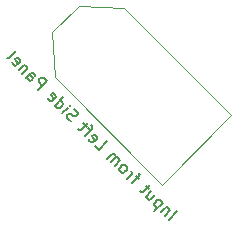
<source format=gbr>
%TF.GenerationSoftware,KiCad,Pcbnew,7.0.0*%
%TF.CreationDate,2023-03-08T15:38:49-05:00*%
%TF.ProjectId,right-side,72696768-742d-4736-9964-652e6b696361,rev?*%
%TF.SameCoordinates,Original*%
%TF.FileFunction,Legend,Bot*%
%TF.FilePolarity,Positive*%
%FSLAX46Y46*%
G04 Gerber Fmt 4.6, Leading zero omitted, Abs format (unit mm)*
G04 Created by KiCad (PCBNEW 7.0.0) date 2023-03-08 15:38:49*
%MOMM*%
%LPD*%
G01*
G04 APERTURE LIST*
%ADD10C,0.150000*%
%ADD11C,0.120000*%
G04 APERTURE END LIST*
D10*
X220339144Y-80585384D02*
X221046251Y-79878277D01*
X220473831Y-79777262D02*
X220002427Y-80248667D01*
X220406488Y-79844606D02*
X220406488Y-79777262D01*
X220406488Y-79777262D02*
X220372816Y-79676247D01*
X220372816Y-79676247D02*
X220271801Y-79575232D01*
X220271801Y-79575232D02*
X220170786Y-79541560D01*
X220170786Y-79541560D02*
X220069770Y-79575232D01*
X220069770Y-79575232D02*
X219699381Y-79945621D01*
X219834068Y-79137499D02*
X219126961Y-79844606D01*
X219800396Y-79171171D02*
X219766724Y-79070156D01*
X219766724Y-79070156D02*
X219632037Y-78935469D01*
X219632037Y-78935469D02*
X219531022Y-78901797D01*
X219531022Y-78901797D02*
X219463679Y-78901797D01*
X219463679Y-78901797D02*
X219362663Y-78935469D01*
X219362663Y-78935469D02*
X219160633Y-79137499D01*
X219160633Y-79137499D02*
X219126961Y-79238514D01*
X219126961Y-79238514D02*
X219126961Y-79305858D01*
X219126961Y-79305858D02*
X219160633Y-79406873D01*
X219160633Y-79406873D02*
X219295320Y-79541560D01*
X219295320Y-79541560D02*
X219396335Y-79575232D01*
X218891259Y-78194690D02*
X218419854Y-78666095D01*
X219194305Y-78497736D02*
X218823915Y-78868125D01*
X218823915Y-78868125D02*
X218722900Y-78901797D01*
X218722900Y-78901797D02*
X218621885Y-78868125D01*
X218621885Y-78868125D02*
X218520870Y-78767110D01*
X218520870Y-78767110D02*
X218487198Y-78666095D01*
X218487198Y-78666095D02*
X218487198Y-78598751D01*
X218655557Y-77958988D02*
X218386183Y-77689614D01*
X218790244Y-77622270D02*
X218184152Y-78228362D01*
X218184152Y-78228362D02*
X218083137Y-78262033D01*
X218083137Y-78262033D02*
X217982122Y-78228362D01*
X217982122Y-78228362D02*
X217914778Y-78161018D01*
X217827231Y-77130662D02*
X217557857Y-76861288D01*
X217254811Y-77501052D02*
X217860903Y-76894960D01*
X217860903Y-76894960D02*
X217894575Y-76793945D01*
X217894575Y-76793945D02*
X217860903Y-76692930D01*
X217860903Y-76692930D02*
X217793559Y-76625586D01*
X216850750Y-77096990D02*
X217322155Y-76625586D01*
X217187468Y-76760273D02*
X217221139Y-76659257D01*
X217221139Y-76659257D02*
X217221139Y-76591914D01*
X217221139Y-76591914D02*
X217187468Y-76490899D01*
X217187468Y-76490899D02*
X217120124Y-76423555D01*
X216312002Y-76558242D02*
X216413017Y-76591914D01*
X216413017Y-76591914D02*
X216480361Y-76591914D01*
X216480361Y-76591914D02*
X216581376Y-76558242D01*
X216581376Y-76558242D02*
X216783406Y-76356211D01*
X216783406Y-76356211D02*
X216817078Y-76255196D01*
X216817078Y-76255196D02*
X216817078Y-76187853D01*
X216817078Y-76187853D02*
X216783406Y-76086837D01*
X216783406Y-76086837D02*
X216682391Y-75985822D01*
X216682391Y-75985822D02*
X216581376Y-75952150D01*
X216581376Y-75952150D02*
X216514032Y-75952150D01*
X216514032Y-75952150D02*
X216413017Y-75985822D01*
X216413017Y-75985822D02*
X216210987Y-76187853D01*
X216210987Y-76187853D02*
X216177315Y-76288868D01*
X216177315Y-76288868D02*
X216177315Y-76356211D01*
X216177315Y-76356211D02*
X216210987Y-76457227D01*
X216210987Y-76457227D02*
X216312002Y-76558242D01*
X215773254Y-76019494D02*
X216244658Y-75548089D01*
X216177315Y-75615433D02*
X216177315Y-75548089D01*
X216177315Y-75548089D02*
X216143643Y-75447074D01*
X216143643Y-75447074D02*
X216042628Y-75346059D01*
X216042628Y-75346059D02*
X215941612Y-75312387D01*
X215941612Y-75312387D02*
X215840597Y-75346059D01*
X215840597Y-75346059D02*
X215470208Y-75716448D01*
X215840597Y-75346059D02*
X215874269Y-75245044D01*
X215874269Y-75245044D02*
X215840597Y-75144028D01*
X215840597Y-75144028D02*
X215739582Y-75043013D01*
X215739582Y-75043013D02*
X215638567Y-75009341D01*
X215638567Y-75009341D02*
X215537551Y-75043013D01*
X215537551Y-75043013D02*
X215167162Y-75413402D01*
X214069463Y-74315703D02*
X214406181Y-74652421D01*
X214406181Y-74652421D02*
X215113288Y-73945314D01*
X213598059Y-73776955D02*
X213631730Y-73877971D01*
X213631730Y-73877971D02*
X213766417Y-74012658D01*
X213766417Y-74012658D02*
X213867433Y-74046329D01*
X213867433Y-74046329D02*
X213968448Y-74012658D01*
X213968448Y-74012658D02*
X214237822Y-73743284D01*
X214237822Y-73743284D02*
X214271494Y-73642268D01*
X214271494Y-73642268D02*
X214237822Y-73541253D01*
X214237822Y-73541253D02*
X214103135Y-73406566D01*
X214103135Y-73406566D02*
X214002120Y-73372894D01*
X214002120Y-73372894D02*
X213901104Y-73406566D01*
X213901104Y-73406566D02*
X213833761Y-73473910D01*
X213833761Y-73473910D02*
X214103135Y-73877971D01*
X213800089Y-73103520D02*
X213530715Y-72834146D01*
X213227669Y-73473909D02*
X213833761Y-72867818D01*
X213833761Y-72867818D02*
X213867433Y-72766803D01*
X213867433Y-72766803D02*
X213833761Y-72665787D01*
X213833761Y-72665787D02*
X213766417Y-72598444D01*
X213396028Y-72699459D02*
X213126654Y-72430085D01*
X213530715Y-72362741D02*
X212924623Y-72968833D01*
X212924623Y-72968833D02*
X212823608Y-73002505D01*
X212823608Y-73002505D02*
X212722593Y-72968833D01*
X212722593Y-72968833D02*
X212655249Y-72901489D01*
X212062626Y-72241523D02*
X211927939Y-72174179D01*
X211927939Y-72174179D02*
X211759580Y-72005821D01*
X211759580Y-72005821D02*
X211725909Y-71904805D01*
X211725909Y-71904805D02*
X211725909Y-71837462D01*
X211725909Y-71837462D02*
X211759580Y-71736446D01*
X211759580Y-71736446D02*
X211826924Y-71669103D01*
X211826924Y-71669103D02*
X211927939Y-71635431D01*
X211927939Y-71635431D02*
X211995283Y-71635431D01*
X211995283Y-71635431D02*
X212096298Y-71669103D01*
X212096298Y-71669103D02*
X212264657Y-71770118D01*
X212264657Y-71770118D02*
X212365672Y-71803790D01*
X212365672Y-71803790D02*
X212433015Y-71803790D01*
X212433015Y-71803790D02*
X212534031Y-71770118D01*
X212534031Y-71770118D02*
X212601374Y-71702775D01*
X212601374Y-71702775D02*
X212635046Y-71601759D01*
X212635046Y-71601759D02*
X212635046Y-71534416D01*
X212635046Y-71534416D02*
X212601374Y-71433401D01*
X212601374Y-71433401D02*
X212433015Y-71265042D01*
X212433015Y-71265042D02*
X212298328Y-71197698D01*
X211321848Y-71568088D02*
X211793252Y-71096683D01*
X212028954Y-70860981D02*
X212028954Y-70928324D01*
X212028954Y-70928324D02*
X211961611Y-70928324D01*
X211961611Y-70928324D02*
X211961611Y-70860981D01*
X211961611Y-70860981D02*
X212028954Y-70860981D01*
X212028954Y-70860981D02*
X211961611Y-70928324D01*
X210682085Y-70928325D02*
X211389191Y-70221218D01*
X210715756Y-70894653D02*
X210749428Y-70995668D01*
X210749428Y-70995668D02*
X210884115Y-71130355D01*
X210884115Y-71130355D02*
X210985130Y-71164027D01*
X210985130Y-71164027D02*
X211052474Y-71164027D01*
X211052474Y-71164027D02*
X211153489Y-71130355D01*
X211153489Y-71130355D02*
X211355520Y-70928325D01*
X211355520Y-70928325D02*
X211389191Y-70827310D01*
X211389191Y-70827310D02*
X211389191Y-70759966D01*
X211389191Y-70759966D02*
X211355520Y-70658951D01*
X211355520Y-70658951D02*
X211220833Y-70524264D01*
X211220833Y-70524264D02*
X211119817Y-70490592D01*
X210109665Y-70288561D02*
X210143336Y-70389577D01*
X210143336Y-70389577D02*
X210278023Y-70524264D01*
X210278023Y-70524264D02*
X210379039Y-70557935D01*
X210379039Y-70557935D02*
X210480054Y-70524264D01*
X210480054Y-70524264D02*
X210749428Y-70254890D01*
X210749428Y-70254890D02*
X210783100Y-70153874D01*
X210783100Y-70153874D02*
X210749428Y-70052859D01*
X210749428Y-70052859D02*
X210614741Y-69918172D01*
X210614741Y-69918172D02*
X210513726Y-69884500D01*
X210513726Y-69884500D02*
X210412710Y-69918172D01*
X210412710Y-69918172D02*
X210345367Y-69985516D01*
X210345367Y-69985516D02*
X210614741Y-70389577D01*
X209315011Y-69561251D02*
X210022118Y-68854145D01*
X210022118Y-68854145D02*
X209752744Y-68584771D01*
X209752744Y-68584771D02*
X209651729Y-68551099D01*
X209651729Y-68551099D02*
X209584385Y-68551099D01*
X209584385Y-68551099D02*
X209483370Y-68584771D01*
X209483370Y-68584771D02*
X209382355Y-68685786D01*
X209382355Y-68685786D02*
X209348683Y-68786801D01*
X209348683Y-68786801D02*
X209348683Y-68854145D01*
X209348683Y-68854145D02*
X209382355Y-68955160D01*
X209382355Y-68955160D02*
X209651729Y-69224534D01*
X208304859Y-68551099D02*
X208675248Y-68180710D01*
X208675248Y-68180710D02*
X208776263Y-68147038D01*
X208776263Y-68147038D02*
X208877279Y-68180710D01*
X208877279Y-68180710D02*
X209011966Y-68315397D01*
X209011966Y-68315397D02*
X209045637Y-68416412D01*
X208338530Y-68517427D02*
X208372202Y-68618442D01*
X208372202Y-68618442D02*
X208540561Y-68786801D01*
X208540561Y-68786801D02*
X208641576Y-68820473D01*
X208641576Y-68820473D02*
X208742592Y-68786801D01*
X208742592Y-68786801D02*
X208809935Y-68719458D01*
X208809935Y-68719458D02*
X208843607Y-68618442D01*
X208843607Y-68618442D02*
X208809935Y-68517427D01*
X208809935Y-68517427D02*
X208641576Y-68349068D01*
X208641576Y-68349068D02*
X208607905Y-68248053D01*
X208439546Y-67742977D02*
X207968141Y-68214381D01*
X208372202Y-67810320D02*
X208372202Y-67742977D01*
X208372202Y-67742977D02*
X208338530Y-67641962D01*
X208338530Y-67641962D02*
X208237515Y-67540946D01*
X208237515Y-67540946D02*
X208136500Y-67507275D01*
X208136500Y-67507275D02*
X208035485Y-67540946D01*
X208035485Y-67540946D02*
X207665095Y-67911336D01*
X207092676Y-67271572D02*
X207126347Y-67372587D01*
X207126347Y-67372587D02*
X207261034Y-67507275D01*
X207261034Y-67507275D02*
X207362050Y-67540946D01*
X207362050Y-67540946D02*
X207463065Y-67507275D01*
X207463065Y-67507275D02*
X207732439Y-67237900D01*
X207732439Y-67237900D02*
X207766111Y-67136885D01*
X207766111Y-67136885D02*
X207732439Y-67035870D01*
X207732439Y-67035870D02*
X207597752Y-66901183D01*
X207597752Y-66901183D02*
X207496737Y-66867511D01*
X207496737Y-66867511D02*
X207395721Y-66901183D01*
X207395721Y-66901183D02*
X207328378Y-66968526D01*
X207328378Y-66968526D02*
X207597752Y-67372587D01*
X206621271Y-66867511D02*
X206722286Y-66901183D01*
X206722286Y-66901183D02*
X206823301Y-66867511D01*
X206823301Y-66867511D02*
X207429393Y-66261420D01*
D11*
%TO.C,J1*%
X212720812Y-62490781D02*
X216574544Y-62667557D01*
X210493425Y-64718167D02*
X212720812Y-62490781D01*
X216574544Y-62667557D02*
X225660866Y-71753880D01*
X210705557Y-68536544D02*
X210493425Y-64718167D01*
X225660866Y-71753880D02*
X219791880Y-77622866D01*
X219791880Y-77622866D02*
X210705557Y-68536544D01*
%TD*%
M02*

</source>
